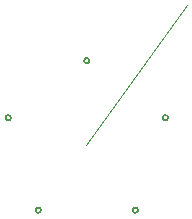
<source format=gbr>
G04 #@! TF.GenerationSoftware,KiCad,Pcbnew,5.0.2-bee76a0~70~ubuntu18.04.1*
G04 #@! TF.CreationDate,2019-06-21T11:48:12+02:00*
G04 #@! TF.ProjectId,GaudiPCR,47617564-6950-4435-922e-6b696361645f,rev?*
G04 #@! TF.SameCoordinates,Original*
G04 #@! TF.FileFunction,Legend,Top*
G04 #@! TF.FilePolarity,Positive*
%FSLAX46Y46*%
G04 Gerber Fmt 4.6, Leading zero omitted, Abs format (unit mm)*
G04 Created by KiCad (PCBNEW 5.0.2-bee76a0~70~ubuntu18.04.1) date Fr 21 Jun 2019 11:48:12 CEST*
%MOMM*%
%LPD*%
G01*
G04 APERTURE LIST*
%ADD10C,0.010000*%
%ADD11C,0.150000*%
G04 APERTURE END LIST*
D10*
X108500000Y-88300000D02*
X99925000Y-100100000D01*
D11*
X104341216Y-105663000D02*
G75*
G03X104341216Y-105663000I-226716J0D01*
G01*
X96112716Y-105663000D02*
G75*
G03X96112716Y-105663000I-226716J0D01*
G01*
X93568716Y-97837000D02*
G75*
G03X93568716Y-97837000I-226716J0D01*
G01*
X106883716Y-97837000D02*
G75*
G03X106883716Y-97837000I-226716J0D01*
G01*
X100226716Y-93000000D02*
G75*
G03X100226716Y-93000000I-226716J0D01*
G01*
M02*

</source>
